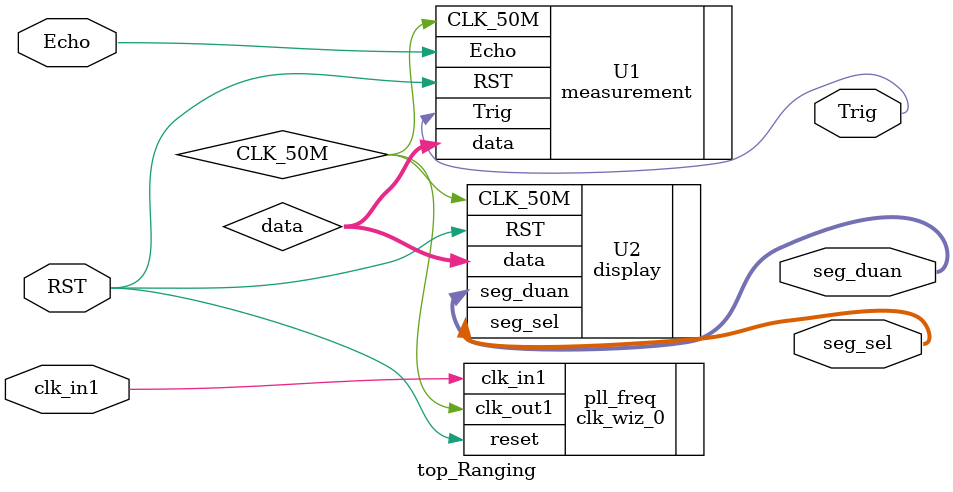
<source format=v>
module top_Ranging(

input			clk_in1,
input 			RST,

//UltraSonic sensor
input wire 		Echo,
output			Trig,

//LED display (if necessary)
output [6:0] 	seg_duan,
output [2:0] 	seg_sel

//OLED IO display (if necessary)


);

wire  [15:0] data;
wire         CLK_50M;

measurement U1(
		.CLK_50M		(CLK_50M),
		.RST 			(RST),
		.Echo 			(Echo),
		.Trig 			(Trig) ,
		.data			(data)
);

display U2(
		.CLK_50M		(CLK_50M),
		.RST 			(RST),
		.data			(data),
		.seg_duan 		(seg_duan),
		.seg_sel 		(seg_sel)

);

clk_wiz_0 pll_freq(
        .clk_in1        (clk_in1),
        .clk_out1       (CLK_50M),
        .reset          (RST)         
);

endmodule

</source>
